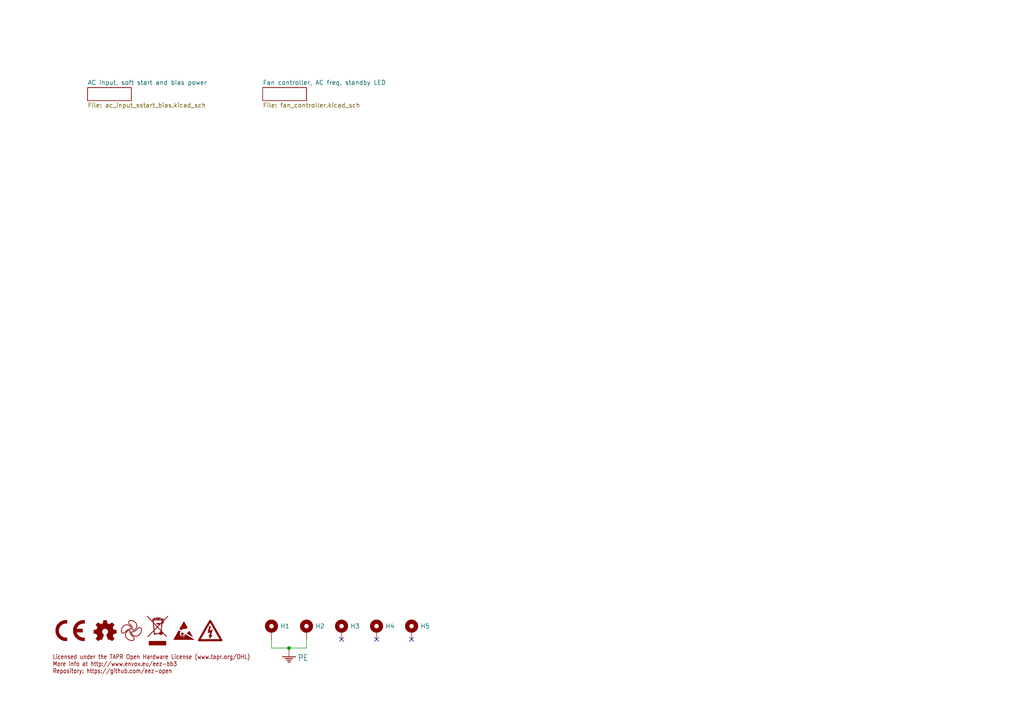
<source format=kicad_sch>
(kicad_sch (version 20230121) (generator eeschema)
  (paper "A4")
  (title_block (title "EEZ DIB AUX-PS") (date "2024-01-02") (rev "r3B7") (company "Envox d.o.o.") (comment 1 "https://www.envox.eu/eez-bb3"))
  (lib_symbols
    (symbol "PCM_EEZ_symbols:CE logo" (pin_names (offset 1.016)) (in_bom no))
    (symbol "PCM_EEZ_symbols:EEZ logo" (pin_names (offset 1.016)) (in_bom no))
    (symbol "PCM_EEZ_symbols:ESD logo" (pin_names (offset 1.016)) (in_bom no))
    (symbol "PCM_EEZ_symbols:Hi voltage logo" (pin_names (offset 1.016)) (in_bom no))
    (symbol "PCM_EEZ_symbols:Open HW logo" (pin_names (offset 1.016)) (in_bom no))
    (symbol "PCM_EEZ_symbols:PE" (power)
      (property "Value" "PE" (at -2.54 -2.54 90))
      (symbol "PE_1_0"
        (pin power_in line (at 0 2.54 270) (length 2.54) (name "PE") (number "1"))
      )
    )
    (symbol "PCM_EEZ_symbols:WEEE logo" (pin_names (offset 1.016)) (in_bom no))
    (symbol "PCM_EEZ_unsorted:MountingHole_Pad" (pin_numbers hide) (pin_names (offset 1.016) hide) (in_bom no)
      (property "Reference" "H" (at 0 6.35 0))
      (symbol "MountingHole_Pad_1_1"
        (pin passive line (at 0 -2.54 90) (length 2.54) (name "1") (number "1"))
      )
    )
  )
  (junction (at 83.82 187.96))
  (no_connect (at 99.06 185.42))
  (no_connect (at 119.38 185.42))
  (no_connect (at 109.22 185.42))
  (wire (pts (xy 88.9 185.42) (xy 88.9 187.96)))
  (wire (pts (xy 78.74 187.96) (xy 83.82 187.96)))
  (wire (pts (xy 83.82 187.96) (xy 88.9 187.96)))
  (wire (pts (xy 78.74 185.42) (xy 78.74 187.96)))
  (text "Licensed under the TAPR Open Hardware License (www.tapr.org/OHL)\nMore info at http://www.envox.eu/eez-bb3\nRepository: https://github.com/eez-open" (at 15.24 195.58 0) (effects (font (size 1.27 1.0795)) (justify left bottom)))
  (symbol (lib_id "PCM_EEZ_symbols:CE logo") (at 20.32 182.88 0) (unit 1) (in_bom no)
    (property "Reference" "LOGO1" (effects hide))
    (property "Value" "CR logo" (effects hide))
    (property "Footprint" "PCM_EEZ_unsorted:CE logo" (effects hide))
  )
  (symbol (lib_id "PCM_EEZ_unsorted:MountingHole_Pad") (at 78.74 182.88 0) (unit 1) (in_bom no)
    (property "Reference" "H1" (at 81.28 181.61 0) (effects (justify left)))
    (property "Footprint" "PCM_EEZ_THT:Mounting_hole 3.2_5.5mm" (effects hide))
  )
  (symbol (lib_id "PCM_EEZ_symbols:ESD logo") (at 53.34 182.88 0) (unit 1) (in_bom no)
    (property "Reference" "LOGO5" (effects hide))
    (property "Value" "ESD logo" (effects hide))
    (property "Footprint" "PCM_EEZ_unsorted:ESD  logo" (effects hide))
  )
  (symbol (lib_id "PCM_EEZ_symbols:WEEE logo") (at 45.72 182.88 0) (unit 1) (in_bom no)
    (property "Reference" "LOGO4" (effects hide))
    (property "Value" "WEEE logo" (effects hide))
    (property "Footprint" "PCM_EEZ_unsorted:WEEE logo" (effects hide))
  )
  (symbol (lib_id "PCM_EEZ_symbols:EEZ logo") (at 38.1 182.88 0) (unit 1) (in_bom no)
    (property "Reference" "LOGO3" (effects hide))
    (property "Value" "EEZ logo" (effects hide))
    (property "Footprint" "PCM_EEZ_unsorted:EEZ logo (outline 6mm)" (effects hide))
  )
  (symbol (lib_id "PCM_EEZ_unsorted:MountingHole_Pad") (at 119.38 182.88 0) (unit 1) (in_bom no)
    (property "Reference" "H5" (at 121.92 181.61 0) (effects (justify left)))
    (property "Footprint" "PCM_EEZ_THT:Mounting_hole 3.2_5.5mm" (effects hide))
  )
  (symbol (lib_id "PCM_EEZ_symbols:Hi voltage logo") (at 60.96 182.88 0) (unit 1) (in_bom no)
    (property "Reference" "LOGO6" (effects hide))
    (property "Value" "Hi voltage logo" (effects hide))
    (property "Footprint" "PCM_EEZ_unsorted:Hi voltage logo" (effects hide))
  )
  (symbol (lib_id "PCM_EEZ_unsorted:MountingHole_Pad") (at 99.06 182.88 0) (unit 1) (in_bom no)
    (property "Reference" "H3" (at 101.6 181.61 0) (effects (justify left)))
    (property "Footprint" "PCM_EEZ_THT:Mounting_hole 3.2_5.5mm" (effects hide))
  )
  (symbol (lib_id "PCM_EEZ_unsorted:MountingHole_Pad") (at 109.22 182.88 0) (unit 1) (in_bom no)
    (property "Reference" "H4" (at 111.76 181.61 0) (effects (justify left)))
    (property "Footprint" "PCM_EEZ_THT:Mounting_hole 3.2_5.5mm" (effects hide))
  )
  (symbol (lib_id "PCM_EEZ_symbols:Open HW logo") (at 30.48 182.88 0) (unit 1) (in_bom no)
    (property "Reference" "LOGO2" (effects hide))
    (property "Value" "Open HW logo" (effects hide))
    (property "Footprint" "PCM_EEZ_unsorted:Open HW logo" (effects hide))
  )
  (symbol (lib_id "PCM_EEZ_unsorted:MountingHole_Pad") (at 88.9 182.88 0) (unit 1) (in_bom no)
    (property "Reference" "H2" (at 91.44 181.61 0) (effects (justify left)))
    (property "Footprint" "PCM_EEZ_THT:Mounting_hole 3.2_5.5mm" (effects hide))
  )
  (symbol (lib_id "PCM_EEZ_symbols:PE") (at 83.82 190.5 0) (unit 1)
    (property "Reference" "#PE01" (effects hide))
    (property "Value" "PE" (at 86.36 191.77 0) (effects (font (size 1.778 1.5113)) (justify left bottom)))
  )
  (sheet (at 76.2 25.4) (size 12.7 3.81)
    (property "Sheetname" "Fan controller, AC freq, standby LED" (at 76.2 24.6884 0) (effects (justify left bottom)))
    (property "Sheetfile" "fan_controller.kicad_sch" (at 76.2 29.7946 0) (effects (justify left top)))
  )
  (sheet (at 25.4 25.4) (size 12.7 3.81)
    (property "Sheetname" "AC input, soft start and bias power" (at 25.4 24.6884 0) (effects (justify left bottom)))
    (property "Sheetfile" "ac_input_sstart_bias.kicad_sch" (at 25.4 29.7946 0) (effects (justify left top)))
  )
)
</source>
